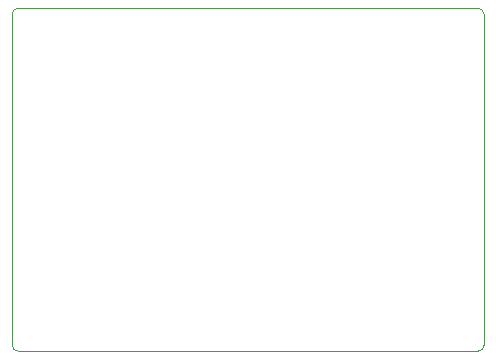
<source format=gm1>
G04 #@! TF.GenerationSoftware,KiCad,Pcbnew,8.0.5*
G04 #@! TF.CreationDate,2024-09-22T09:32:30+02:00*
G04 #@! TF.ProjectId,nPM1300-breakout,6e504d31-3330-4302-9d62-7265616b6f75,rev?*
G04 #@! TF.SameCoordinates,Original*
G04 #@! TF.FileFunction,Profile,NP*
%FSLAX46Y46*%
G04 Gerber Fmt 4.6, Leading zero omitted, Abs format (unit mm)*
G04 Created by KiCad (PCBNEW 8.0.5) date 2024-09-22 09:32:30*
%MOMM*%
%LPD*%
G01*
G04 APERTURE LIST*
G04 #@! TA.AperFunction,Profile*
%ADD10C,0.050000*%
G04 #@! TD*
G04 APERTURE END LIST*
D10*
X136070000Y-88260000D02*
G75*
G02*
X135570000Y-88760000I-500000J0D01*
G01*
X96110000Y-88260000D02*
X96110000Y-60230000D01*
X96610000Y-59730000D02*
X135570000Y-59730000D01*
X136070000Y-60230000D02*
X136070000Y-88260000D01*
X96110000Y-60230000D02*
G75*
G02*
X96610000Y-59730000I500000J0D01*
G01*
X135570000Y-59730000D02*
G75*
G02*
X136070000Y-60230000I0J-500000D01*
G01*
X135570000Y-88760000D02*
X96610000Y-88760000D01*
X96610000Y-88760000D02*
G75*
G02*
X96110000Y-88260000I0J500000D01*
G01*
M02*

</source>
